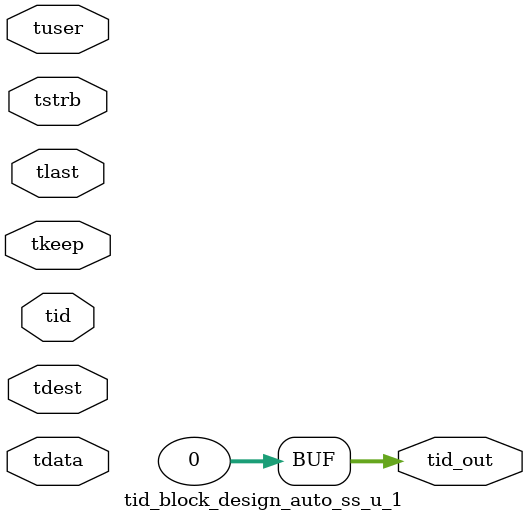
<source format=v>


`timescale 1ps/1ps

module tid_block_design_auto_ss_u_1 #
(
parameter C_S_AXIS_TID_WIDTH   = 1,
parameter C_S_AXIS_TUSER_WIDTH = 0,
parameter C_S_AXIS_TDATA_WIDTH = 0,
parameter C_S_AXIS_TDEST_WIDTH = 0,
parameter C_M_AXIS_TID_WIDTH   = 32
)
(
input  [(C_S_AXIS_TID_WIDTH   == 0 ? 1 : C_S_AXIS_TID_WIDTH)-1:0       ] tid,
input  [(C_S_AXIS_TDATA_WIDTH == 0 ? 1 : C_S_AXIS_TDATA_WIDTH)-1:0     ] tdata,
input  [(C_S_AXIS_TUSER_WIDTH == 0 ? 1 : C_S_AXIS_TUSER_WIDTH)-1:0     ] tuser,
input  [(C_S_AXIS_TDEST_WIDTH == 0 ? 1 : C_S_AXIS_TDEST_WIDTH)-1:0     ] tdest,
input  [(C_S_AXIS_TDATA_WIDTH/8)-1:0 ] tkeep,
input  [(C_S_AXIS_TDATA_WIDTH/8)-1:0 ] tstrb,
input                                                                    tlast,
output [(C_M_AXIS_TID_WIDTH   == 0 ? 1 : C_M_AXIS_TID_WIDTH)-1:0       ] tid_out
);

assign tid_out = {1'b0};

endmodule


</source>
